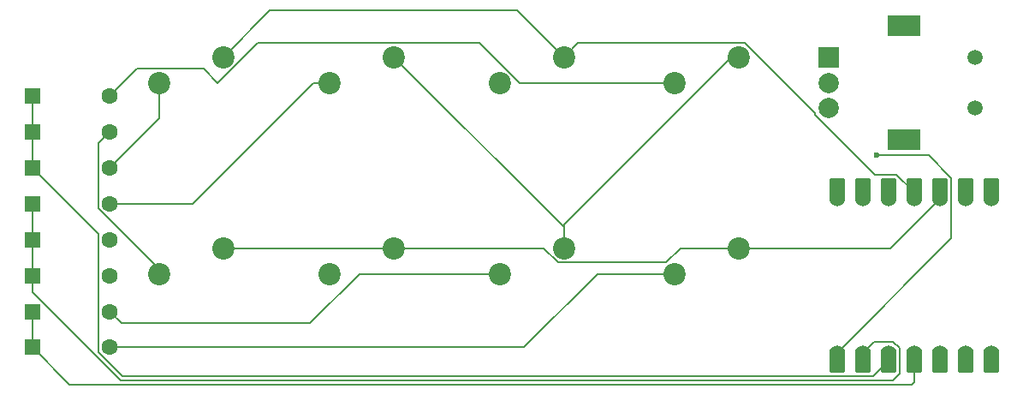
<source format=gtl>
G04 #@! TF.GenerationSoftware,KiCad,Pcbnew,9.0.2*
G04 #@! TF.CreationDate,2025-06-25T22:16:46-04:00*
G04 #@! TF.ProjectId,Macropad,4d616372-6f70-4616-942e-6b696361645f,rev?*
G04 #@! TF.SameCoordinates,Original*
G04 #@! TF.FileFunction,Copper,L1,Top*
G04 #@! TF.FilePolarity,Positive*
%FSLAX46Y46*%
G04 Gerber Fmt 4.6, Leading zero omitted, Abs format (unit mm)*
G04 Created by KiCad (PCBNEW 9.0.2) date 2025-06-25 22:16:46*
%MOMM*%
%LPD*%
G01*
G04 APERTURE LIST*
G04 Aperture macros list*
%AMRoundRect*
0 Rectangle with rounded corners*
0 $1 Rounding radius*
0 $2 $3 $4 $5 $6 $7 $8 $9 X,Y pos of 4 corners*
0 Add a 4 corners polygon primitive as box body*
4,1,4,$2,$3,$4,$5,$6,$7,$8,$9,$2,$3,0*
0 Add four circle primitives for the rounded corners*
1,1,$1+$1,$2,$3*
1,1,$1+$1,$4,$5*
1,1,$1+$1,$6,$7*
1,1,$1+$1,$8,$9*
0 Add four rect primitives between the rounded corners*
20,1,$1+$1,$2,$3,$4,$5,0*
20,1,$1+$1,$4,$5,$6,$7,0*
20,1,$1+$1,$6,$7,$8,$9,0*
20,1,$1+$1,$8,$9,$2,$3,0*%
G04 Aperture macros list end*
G04 #@! TA.AperFunction,ComponentPad*
%ADD10RoundRect,0.250000X-0.550000X-0.550000X0.550000X-0.550000X0.550000X0.550000X-0.550000X0.550000X0*%
G04 #@! TD*
G04 #@! TA.AperFunction,ComponentPad*
%ADD11C,1.600000*%
G04 #@! TD*
G04 #@! TA.AperFunction,ComponentPad*
%ADD12C,2.200000*%
G04 #@! TD*
G04 #@! TA.AperFunction,ComponentPad*
%ADD13C,1.500000*%
G04 #@! TD*
G04 #@! TA.AperFunction,ComponentPad*
%ADD14R,2.000000X2.000000*%
G04 #@! TD*
G04 #@! TA.AperFunction,ComponentPad*
%ADD15C,2.000000*%
G04 #@! TD*
G04 #@! TA.AperFunction,ComponentPad*
%ADD16R,3.200000X2.000000*%
G04 #@! TD*
G04 #@! TA.AperFunction,SMDPad,CuDef*
%ADD17RoundRect,0.152400X0.609600X-1.063600X0.609600X1.063600X-0.609600X1.063600X-0.609600X-1.063600X0*%
G04 #@! TD*
G04 #@! TA.AperFunction,ComponentPad*
%ADD18C,1.524000*%
G04 #@! TD*
G04 #@! TA.AperFunction,SMDPad,CuDef*
%ADD19RoundRect,0.152400X-0.609600X1.063600X-0.609600X-1.063600X0.609600X-1.063600X0.609600X1.063600X0*%
G04 #@! TD*
G04 #@! TA.AperFunction,ViaPad*
%ADD20C,0.600000*%
G04 #@! TD*
G04 #@! TA.AperFunction,Conductor*
%ADD21C,0.200000*%
G04 #@! TD*
G04 APERTURE END LIST*
D10*
G04 #@! TO.P,D3,1,K*
G04 #@! TO.N,row 1*
X87987500Y-75075000D03*
D11*
G04 #@! TO.P,D3,2,A*
G04 #@! TO.N,Net-(D3-A)*
X95607500Y-75075000D03*
G04 #@! TD*
D10*
G04 #@! TO.P,D4,1,K*
G04 #@! TO.N,row 2*
X87987500Y-78625000D03*
D11*
G04 #@! TO.P,D4,2,A*
G04 #@! TO.N,Net-(D4-A)*
X95607500Y-78625000D03*
G04 #@! TD*
D12*
G04 #@! TO.P,SW2,1,1*
G04 #@! TO.N,Col 1*
X106878750Y-83026250D03*
G04 #@! TO.P,SW2,2,2*
G04 #@! TO.N,Net-(D2-A)*
X100528750Y-85566250D03*
G04 #@! TD*
D10*
G04 #@! TO.P,D1,1,K*
G04 #@! TO.N,row 1*
X87987500Y-67975000D03*
D11*
G04 #@! TO.P,D1,2,A*
G04 #@! TO.N,Net-(D1-A)*
X95607500Y-67975000D03*
G04 #@! TD*
D12*
G04 #@! TO.P,SW8,1,1*
G04 #@! TO.N,Col 1*
X157855000Y-83026250D03*
G04 #@! TO.P,SW8,2,2*
G04 #@! TO.N,Net-(D8-A)*
X151505000Y-85566250D03*
G04 #@! TD*
D10*
G04 #@! TO.P,D2,1,K*
G04 #@! TO.N,row 1*
X87987500Y-71525000D03*
D11*
G04 #@! TO.P,D2,2,A*
G04 #@! TO.N,Net-(D2-A)*
X95607500Y-71525000D03*
G04 #@! TD*
D13*
G04 #@! TO.P,SW9,*
G04 #@! TO.N,*
X181206250Y-64175000D03*
X181206250Y-69175000D03*
D14*
G04 #@! TO.P,SW9,A,A*
G04 #@! TO.N,ENC_A*
X166706250Y-64175000D03*
D15*
G04 #@! TO.P,SW9,B,B*
G04 #@! TO.N,ENC_B*
X166706250Y-69175000D03*
G04 #@! TO.P,SW9,C,C*
G04 #@! TO.N,gnd*
X166706250Y-66675000D03*
D16*
G04 #@! TO.P,SW9,MP*
G04 #@! TO.N,N/C*
X174206250Y-61075000D03*
X174206250Y-72275000D03*
G04 #@! TD*
D12*
G04 #@! TO.P,SW5,1,1*
G04 #@! TO.N,Col 2*
X140533750Y-64135000D03*
G04 #@! TO.P,SW5,2,2*
G04 #@! TO.N,Net-(D6-A)*
X134183750Y-66675000D03*
G04 #@! TD*
G04 #@! TO.P,SW3,1,1*
G04 #@! TO.N,Col 0*
X123697500Y-64135000D03*
G04 #@! TO.P,SW3,2,2*
G04 #@! TO.N,Net-(D4-A)*
X117347500Y-66675000D03*
G04 #@! TD*
D10*
G04 #@! TO.P,D7,1,K*
G04 #@! TO.N,row 0*
X87987500Y-89275000D03*
D11*
G04 #@! TO.P,D7,2,A*
G04 #@! TO.N,Net-(D7-A)*
X95607500Y-89275000D03*
G04 #@! TD*
D12*
G04 #@! TO.P,SW7,1,1*
G04 #@! TO.N,Col 0*
X157855000Y-64135000D03*
G04 #@! TO.P,SW7,2,2*
G04 #@! TO.N,Net-(D1-A)*
X151505000Y-66675000D03*
G04 #@! TD*
D17*
G04 #@! TO.P,U1,1,GPIO26/ADC0/A0*
G04 #@! TO.N,unconnected-(U1-GPIO26{slash}ADC0{slash}A0-Pad1)*
X182816500Y-77270000D03*
D18*
X182816500Y-78105000D03*
D17*
G04 #@! TO.P,U1,2,GPIO27/ADC1/A1*
G04 #@! TO.N,Col 0*
X180276500Y-77270000D03*
D18*
X180276500Y-78105000D03*
D17*
G04 #@! TO.P,U1,3,GPIO28/ADC2/A2*
G04 #@! TO.N,Col 1*
X177736500Y-77270000D03*
D18*
X177736500Y-78105000D03*
D17*
G04 #@! TO.P,U1,4,GPIO29/ADC3/A3*
G04 #@! TO.N,Col 2*
X175196500Y-77270000D03*
D18*
X175196500Y-78105000D03*
D17*
G04 #@! TO.P,U1,5,GPIO6/SDA*
G04 #@! TO.N,unconnected-(U1-GPIO6{slash}SDA-Pad5)*
X172656500Y-77270000D03*
D18*
X172656500Y-78105000D03*
D17*
G04 #@! TO.P,U1,6,GPIO7/SCL*
G04 #@! TO.N,unconnected-(U1-GPIO7{slash}SCL-Pad6)*
X170116500Y-77270000D03*
D18*
X170116500Y-78105000D03*
D17*
G04 #@! TO.P,U1,7,GPIO0/TX*
G04 #@! TO.N,ENC_A*
X167576500Y-77270000D03*
D18*
X167576500Y-78105000D03*
G04 #@! TO.P,U1,8,GPIO1/RX*
G04 #@! TO.N,ENC_B*
X167576500Y-93345000D03*
D19*
X167576500Y-94180000D03*
D18*
G04 #@! TO.P,U1,9,GPIO2/SCK*
G04 #@! TO.N,row 2*
X170116500Y-93345000D03*
D19*
X170116500Y-94180000D03*
D18*
G04 #@! TO.P,U1,10,GPIO4/MISO*
G04 #@! TO.N,row 1*
X172656500Y-93345000D03*
D19*
X172656500Y-94180000D03*
D18*
G04 #@! TO.P,U1,11,GPIO3/MOSI*
G04 #@! TO.N,row 0*
X175196500Y-93345000D03*
D19*
X175196500Y-94180000D03*
D18*
G04 #@! TO.P,U1,12,3V3*
G04 #@! TO.N,unconnected-(U1-3V3-Pad12)*
X177736500Y-93345000D03*
D19*
X177736500Y-94180000D03*
D18*
G04 #@! TO.P,U1,13,GND*
G04 #@! TO.N,gnd*
X180276500Y-93345000D03*
D19*
X180276500Y-94180000D03*
D18*
G04 #@! TO.P,U1,14,VBUS*
G04 #@! TO.N,+5V*
X182816500Y-93345000D03*
D19*
X182816500Y-94180000D03*
G04 #@! TD*
D12*
G04 #@! TO.P,SW1,1,1*
G04 #@! TO.N,Col 2*
X106878750Y-64135000D03*
G04 #@! TO.P,SW1,2,2*
G04 #@! TO.N,Net-(D3-A)*
X100528750Y-66675000D03*
G04 #@! TD*
G04 #@! TO.P,SW4,1,1*
G04 #@! TO.N,Col 1*
X123697500Y-83026250D03*
G04 #@! TO.P,SW4,2,2*
G04 #@! TO.N,Net-(D5-A)*
X117347500Y-85566250D03*
G04 #@! TD*
G04 #@! TO.P,SW6,1,1*
G04 #@! TO.N,Col 0*
X140533750Y-83026250D03*
G04 #@! TO.P,SW6,2,2*
G04 #@! TO.N,Net-(D7-A)*
X134183750Y-85566250D03*
G04 #@! TD*
D10*
G04 #@! TO.P,D8,1,K*
G04 #@! TO.N,row 0*
X87987500Y-92825000D03*
D11*
G04 #@! TO.P,D8,2,A*
G04 #@! TO.N,Net-(D8-A)*
X95607500Y-92825000D03*
G04 #@! TD*
D10*
G04 #@! TO.P,D6,1,K*
G04 #@! TO.N,row 2*
X87987500Y-85725000D03*
D11*
G04 #@! TO.P,D6,2,A*
G04 #@! TO.N,Net-(D6-A)*
X95607500Y-85725000D03*
G04 #@! TD*
D10*
G04 #@! TO.P,D5,1,K*
G04 #@! TO.N,row 2*
X87987500Y-82175000D03*
D11*
G04 #@! TO.P,D5,2,A*
G04 #@! TO.N,Net-(D5-A)*
X95607500Y-82175000D03*
G04 #@! TD*
D20*
G04 #@! TO.N,ENC_B*
X171450000Y-73818750D03*
G04 #@! TD*
D21*
G04 #@! TO.N,row 1*
X96922450Y-95697000D02*
X171139500Y-95697000D01*
X87987500Y-71525000D02*
X87987500Y-75075000D01*
X94506500Y-93281050D02*
X96922450Y-95697000D01*
X87987500Y-67975000D02*
X87987500Y-71525000D01*
X94506500Y-81594000D02*
X94506500Y-93281050D01*
X87987500Y-75075000D02*
X94506500Y-81594000D01*
X172656500Y-94180000D02*
X172656500Y-93345000D01*
X171139500Y-95697000D02*
X172656500Y-94180000D01*
G04 #@! TO.N,Net-(D1-A)*
X132224064Y-62734000D02*
X110261064Y-62734000D01*
X151505000Y-66675000D02*
X136165064Y-66675000D01*
X104919064Y-65274000D02*
X98308500Y-65274000D01*
X98308500Y-65274000D02*
X95607500Y-67975000D01*
X106320064Y-66675000D02*
X104919064Y-65274000D01*
X110261064Y-62734000D02*
X106320064Y-66675000D01*
X136165064Y-66675000D02*
X132224064Y-62734000D01*
G04 #@! TO.N,Net-(D2-A)*
X100528750Y-85566250D02*
X100528750Y-85103300D01*
X94506500Y-72626000D02*
X95607500Y-71525000D01*
X94506500Y-79081050D02*
X94506500Y-72626000D01*
X100528750Y-85103300D02*
X94506500Y-79081050D01*
G04 #@! TO.N,Net-(D3-A)*
X100528750Y-66675000D02*
X100528750Y-70153750D01*
X100528750Y-70153750D02*
X95607500Y-75075000D01*
G04 #@! TO.N,row 2*
X87987500Y-85725000D02*
X87987500Y-87329150D01*
X96756350Y-96098000D02*
X173057126Y-96098000D01*
X173719500Y-92904690D02*
X173096810Y-92282000D01*
X87987500Y-82175000D02*
X87987500Y-85725000D01*
X171179500Y-92282000D02*
X170116500Y-93345000D01*
X173096810Y-92282000D02*
X171179500Y-92282000D01*
X173057126Y-96098000D02*
X173719500Y-95435626D01*
X87987500Y-87329150D02*
X96756350Y-96098000D01*
X173719500Y-95435626D02*
X173719500Y-92904690D01*
X87987500Y-78625000D02*
X87987500Y-82175000D01*
G04 #@! TO.N,Net-(D4-A)*
X117347500Y-66675000D02*
X115791866Y-66675000D01*
X115791866Y-66675000D02*
X103841866Y-78625000D01*
X103841866Y-78625000D02*
X95607500Y-78625000D01*
G04 #@! TO.N,row 0*
X174963500Y-96499000D02*
X175196500Y-96266000D01*
X87987500Y-89275000D02*
X87987500Y-92825000D01*
X91661500Y-96499000D02*
X174963500Y-96499000D01*
X175196500Y-96266000D02*
X175196500Y-93345000D01*
X87987500Y-92825000D02*
X91661500Y-96499000D01*
G04 #@! TO.N,Net-(D7-A)*
X115424970Y-90457250D02*
X96789750Y-90457250D01*
X134183750Y-85566250D02*
X120315970Y-85566250D01*
X96789750Y-90457250D02*
X95607500Y-89275000D01*
X120315970Y-85566250D02*
X115424970Y-90457250D01*
G04 #@! TO.N,Net-(D8-A)*
X151505000Y-85566250D02*
X143858566Y-85566250D01*
X143858566Y-85566250D02*
X136599816Y-92825000D01*
X136599816Y-92825000D02*
X95607500Y-92825000D01*
G04 #@! TO.N,Col 2*
X135930000Y-59531250D02*
X140533750Y-64135000D01*
X158435314Y-62734000D02*
X165405250Y-69703936D01*
X140533750Y-64135000D02*
X141934750Y-62734000D01*
X106878750Y-64135000D02*
X111482500Y-59531250D01*
X171332126Y-75753000D02*
X173458126Y-75753000D01*
X141934750Y-62734000D02*
X158435314Y-62734000D01*
X111482500Y-59531250D02*
X135930000Y-59531250D01*
X173458126Y-75753000D02*
X175196500Y-77491374D01*
X165405250Y-69703936D02*
X165405250Y-69826124D01*
X175196500Y-77491374D02*
X175196500Y-78105000D01*
X165405250Y-69826124D02*
X171332126Y-75753000D01*
G04 #@! TO.N,Col 1*
X123697500Y-83026250D02*
X138552436Y-83026250D01*
X150662686Y-84427250D02*
X152063686Y-83026250D01*
X106878750Y-83026250D02*
X123697500Y-83026250D01*
X152063686Y-83026250D02*
X157855000Y-83026250D01*
X138552436Y-83026250D02*
X139953436Y-84427250D01*
X157855000Y-83026250D02*
X172815250Y-83026250D01*
X172815250Y-83026250D02*
X177736500Y-78105000D01*
X139953436Y-84427250D02*
X150662686Y-84427250D01*
G04 #@! TO.N,Col 0*
X140533750Y-80971250D02*
X140533750Y-83026250D01*
X123697500Y-64135000D02*
X140533750Y-80971250D01*
X157070184Y-64135000D02*
X157855000Y-64135000D01*
X140533750Y-80671434D02*
X157070184Y-64135000D01*
X140533750Y-83026250D02*
X140533750Y-80671434D01*
G04 #@! TO.N,ENC_B*
X178860992Y-76075866D02*
X178860992Y-82060508D01*
X178860992Y-82060508D02*
X167576500Y-93345000D01*
X176603876Y-73818750D02*
X178860992Y-76075866D01*
X171450000Y-73818750D02*
X176603876Y-73818750D01*
G04 #@! TD*
M02*

</source>
